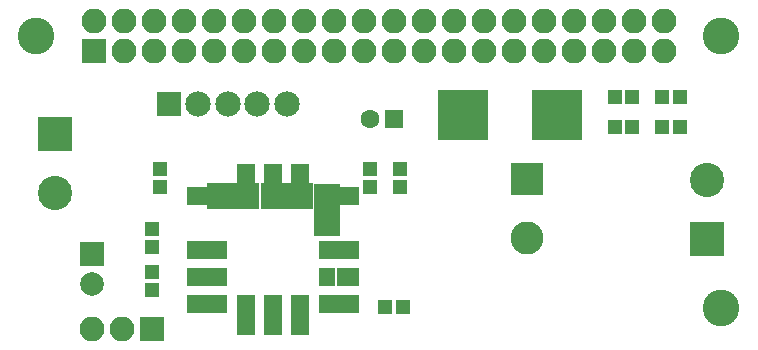
<source format=gbr>
G04 #@! TF.GenerationSoftware,KiCad,Pcbnew,(5.0.0)*
G04 #@! TF.CreationDate,2019-02-20T13:04:28+09:00*
G04 #@! TF.ProjectId,pi-ups,70692D7570732E6B696361645F706362,rev?*
G04 #@! TF.SameCoordinates,Original*
G04 #@! TF.FileFunction,Soldermask,Top*
G04 #@! TF.FilePolarity,Negative*
%FSLAX46Y46*%
G04 Gerber Fmt 4.6, Leading zero omitted, Abs format (unit mm)*
G04 Created by KiCad (PCBNEW (5.0.0)) date 02/20/19 13:04:28*
%MOMM*%
%LPD*%
G01*
G04 APERTURE LIST*
%ADD10C,3.100000*%
%ADD11R,2.000000X2.000000*%
%ADD12C,2.000000*%
%ADD13R,1.150000X1.200000*%
%ADD14R,1.600000X1.600000*%
%ADD15C,1.600000*%
%ADD16R,2.800000X2.800000*%
%ADD17C,2.800000*%
%ADD18R,4.300000X4.300000*%
%ADD19R,1.200000X1.150000*%
%ADD20C,2.900000*%
%ADD21R,2.900000X2.900000*%
%ADD22R,2.100000X2.100000*%
%ADD23O,2.100000X2.100000*%
%ADD24R,2.150000X2.150000*%
%ADD25C,2.150000*%
%ADD26R,4.470000X2.170000*%
%ADD27R,2.170000X4.470000*%
%ADD28R,3.400000X1.600000*%
%ADD29R,1.600000X3.400000*%
%ADD30R,1.900000X1.600000*%
%ADD31R,1.400000X1.600000*%
%ADD32R,2.030000X1.600000*%
%ADD33R,1.600000X2.030000*%
G04 APERTURE END LIST*
D10*
G04 #@! TO.C,REF\002A\002A*
X148500000Y-115000000D03*
G04 #@! TD*
G04 #@! TO.C,REF\002A\002A*
X90500000Y-92000000D03*
G04 #@! TD*
D11*
G04 #@! TO.C,C1*
X95250000Y-110490000D03*
D12*
X95250000Y-112990000D03*
G04 #@! TD*
D13*
G04 #@! TO.C,C2*
X100965000Y-103275000D03*
X100965000Y-104775000D03*
G04 #@! TD*
G04 #@! TO.C,C3*
X118745000Y-103275000D03*
X118745000Y-104775000D03*
G04 #@! TD*
D14*
G04 #@! TO.C,C4*
X120745000Y-99060000D03*
D15*
X118745000Y-99060000D03*
G04 #@! TD*
D16*
G04 #@! TO.C,C5*
X132080000Y-104140000D03*
D17*
X132080000Y-109140000D03*
G04 #@! TD*
D18*
G04 #@! TO.C,D1*
X134620000Y-98680000D03*
X126620000Y-98680000D03*
G04 #@! TD*
D19*
G04 #@! TO.C,D2*
X143510000Y-97155000D03*
X145010000Y-97155000D03*
G04 #@! TD*
G04 #@! TO.C,D3*
X145010000Y-99695000D03*
X143510000Y-99695000D03*
G04 #@! TD*
D20*
G04 #@! TO.C,J1*
X92075000Y-105330000D03*
D21*
X92075000Y-100330000D03*
G04 #@! TD*
D22*
G04 #@! TO.C,J2*
X95370000Y-93270000D03*
D23*
X95370000Y-90730000D03*
X97910000Y-93270000D03*
X97910000Y-90730000D03*
X100450000Y-93270000D03*
X100450000Y-90730000D03*
X102990000Y-93270000D03*
X102990000Y-90730000D03*
X105530000Y-93270000D03*
X105530000Y-90730000D03*
X108070000Y-93270000D03*
X108070000Y-90730000D03*
X110610000Y-93270000D03*
X110610000Y-90730000D03*
X113150000Y-93270000D03*
X113150000Y-90730000D03*
X115690000Y-93270000D03*
X115690000Y-90730000D03*
X118230000Y-93270000D03*
X118230000Y-90730000D03*
X120770000Y-93270000D03*
X120770000Y-90730000D03*
X123310000Y-93270000D03*
X123310000Y-90730000D03*
X125850000Y-93270000D03*
X125850000Y-90730000D03*
X128390000Y-93270000D03*
X128390000Y-90730000D03*
X130930000Y-93270000D03*
X130930000Y-90730000D03*
X133470000Y-93270000D03*
X133470000Y-90730000D03*
X136010000Y-93270000D03*
X136010000Y-90730000D03*
X138550000Y-93270000D03*
X138550000Y-90730000D03*
X141090000Y-93270000D03*
X141090000Y-90730000D03*
X143630000Y-93270000D03*
X143630000Y-90730000D03*
G04 #@! TD*
D24*
G04 #@! TO.C,J3*
X101720000Y-97790000D03*
D25*
X104220000Y-97790000D03*
X106720000Y-97790000D03*
X109220000Y-97790000D03*
X111720000Y-97790000D03*
G04 #@! TD*
D21*
G04 #@! TO.C,J4*
X147320000Y-109220000D03*
D20*
X147320000Y-104220000D03*
G04 #@! TD*
D13*
G04 #@! TO.C,R1*
X100330000Y-108355000D03*
X100330000Y-109855000D03*
G04 #@! TD*
G04 #@! TO.C,R2*
X121285000Y-104775000D03*
X121285000Y-103275000D03*
G04 #@! TD*
D19*
G04 #@! TO.C,R3*
X121515000Y-114935000D03*
X120015000Y-114935000D03*
G04 #@! TD*
G04 #@! TO.C,R4*
X139470000Y-97155000D03*
X140970000Y-97155000D03*
G04 #@! TD*
G04 #@! TO.C,R5*
X140970000Y-99695000D03*
X139470000Y-99695000D03*
G04 #@! TD*
D13*
G04 #@! TO.C,R6*
X100330000Y-113490000D03*
X100330000Y-111990000D03*
G04 #@! TD*
D22*
G04 #@! TO.C,SW1*
X100330000Y-116840000D03*
D23*
X97790000Y-116840000D03*
X95250000Y-116840000D03*
G04 #@! TD*
D26*
G04 #@! TO.C,U1*
X107110000Y-105570000D03*
X111690000Y-105570000D03*
D27*
X115130000Y-106720000D03*
D28*
X104940000Y-110150000D03*
X104940000Y-112440000D03*
X104940000Y-114730000D03*
D29*
X108250000Y-115630000D03*
X110540000Y-115630000D03*
X112830000Y-115630000D03*
D28*
X116140000Y-110150000D03*
X116140000Y-114730000D03*
D30*
X116890000Y-112440000D03*
D31*
X115140000Y-112440000D03*
D32*
X104260000Y-105570000D03*
D33*
X108270000Y-103870000D03*
X110560000Y-103870000D03*
X112850000Y-103870000D03*
D32*
X116830000Y-105570000D03*
G04 #@! TD*
D10*
G04 #@! TO.C,REF\002A\002A*
X148500000Y-92000000D03*
G04 #@! TD*
M02*

</source>
